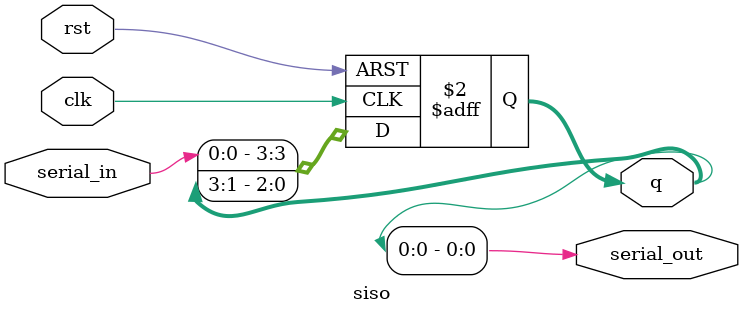
<source format=v>
module siso (input clk,rst,serial_in,output reg [3:0]q,output serial_out);

always @ (posedge clk or posedge rst) begin
	if (rst)
		q<=0;
	else
		q<={serial_in,q[3:1]};
end 
	assign serial_out=q[0];


endmodule 



</source>
